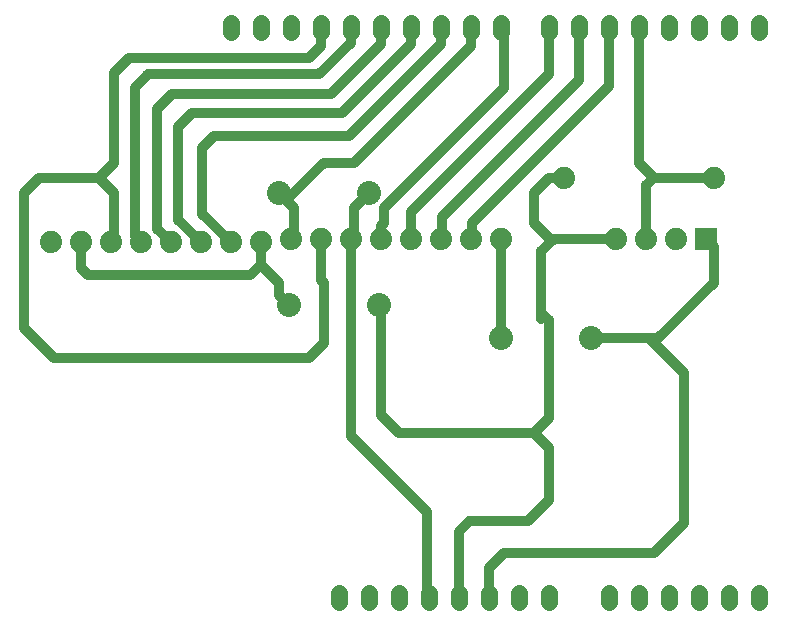
<source format=gbl>
G75*
%MOIN*%
%OFA0B0*%
%FSLAX25Y25*%
%IPPOS*%
%LPD*%
%AMOC8*
5,1,8,0,0,1.08239X$1,22.5*
%
%ADD10C,0.05600*%
%ADD11R,0.07400X0.07400*%
%ADD12C,0.07400*%
%ADD13C,0.08000*%
%ADD14C,0.03200*%
D10*
X0160379Y0014100D02*
X0160379Y0016900D01*
X0170379Y0016900D02*
X0170379Y0014100D01*
X0180379Y0014100D02*
X0180379Y0016900D01*
X0190379Y0016900D02*
X0190379Y0014100D01*
X0200379Y0014100D02*
X0200379Y0016900D01*
X0210379Y0016900D02*
X0210379Y0014100D01*
X0220379Y0014100D02*
X0220379Y0016900D01*
X0230379Y0016900D02*
X0230379Y0014100D01*
X0250379Y0014100D02*
X0250379Y0016900D01*
X0260379Y0016900D02*
X0260379Y0014100D01*
X0270379Y0014100D02*
X0270379Y0016900D01*
X0280379Y0016900D02*
X0280379Y0014100D01*
X0290379Y0014100D02*
X0290379Y0016900D01*
X0300379Y0016900D02*
X0300379Y0014100D01*
X0300379Y0204100D02*
X0300379Y0206900D01*
X0290379Y0206900D02*
X0290379Y0204100D01*
X0280379Y0204100D02*
X0280379Y0206900D01*
X0270379Y0206900D02*
X0270379Y0204100D01*
X0260379Y0204100D02*
X0260379Y0206900D01*
X0250379Y0206900D02*
X0250379Y0204100D01*
X0240379Y0204100D02*
X0240379Y0206900D01*
X0230379Y0206900D02*
X0230379Y0204100D01*
X0214379Y0204100D02*
X0214379Y0206900D01*
X0204379Y0206900D02*
X0204379Y0204100D01*
X0194379Y0204100D02*
X0194379Y0206900D01*
X0184379Y0206900D02*
X0184379Y0204100D01*
X0174379Y0204100D02*
X0174379Y0206900D01*
X0164379Y0206900D02*
X0164379Y0204100D01*
X0154379Y0204100D02*
X0154379Y0206900D01*
X0144379Y0206900D02*
X0144379Y0204100D01*
X0134379Y0204100D02*
X0134379Y0206900D01*
X0124379Y0206900D02*
X0124379Y0204100D01*
D11*
X0282879Y0135000D03*
D12*
X0272879Y0135000D03*
X0262879Y0135000D03*
X0252879Y0135000D03*
X0235379Y0155500D03*
X0214379Y0135000D03*
X0204379Y0135000D03*
X0194379Y0135000D03*
X0184379Y0135000D03*
X0174379Y0135000D03*
X0164379Y0135000D03*
X0154379Y0135000D03*
X0144379Y0135000D03*
X0134379Y0134000D03*
X0124379Y0134000D03*
X0114379Y0134000D03*
X0104379Y0134000D03*
X0094379Y0134000D03*
X0084379Y0134000D03*
X0074379Y0134000D03*
X0064379Y0134000D03*
X0285379Y0155500D03*
D13*
X0244379Y0102000D03*
X0214379Y0102000D03*
X0173879Y0113000D03*
X0143879Y0113000D03*
X0140379Y0150500D03*
X0170379Y0150500D03*
D14*
X0165379Y0145500D01*
X0165379Y0136000D01*
X0164379Y0135000D01*
X0164379Y0069500D01*
X0189879Y0044000D01*
X0189879Y0016000D01*
X0190379Y0015500D01*
X0200379Y0015500D02*
X0200379Y0037500D01*
X0203879Y0041000D01*
X0223379Y0041000D01*
X0230379Y0048000D01*
X0230379Y0065500D01*
X0225379Y0070500D01*
X0230379Y0075500D01*
X0230379Y0108000D01*
X0227879Y0110500D01*
X0227879Y0131000D01*
X0231379Y0134500D01*
X0225379Y0140500D01*
X0225379Y0150500D01*
X0230379Y0155500D01*
X0235379Y0155500D01*
X0260379Y0160500D02*
X0265379Y0155500D01*
X0262879Y0153000D01*
X0262879Y0135000D01*
X0252879Y0135000D02*
X0231879Y0135000D01*
X0231379Y0134500D01*
X0214379Y0135000D02*
X0214379Y0102000D01*
X0227879Y0108500D02*
X0227879Y0110500D01*
X0244379Y0102000D02*
X0263879Y0102000D01*
X0275379Y0090500D01*
X0275379Y0040500D01*
X0265379Y0030500D01*
X0215379Y0030500D01*
X0210379Y0025500D01*
X0210379Y0015500D01*
X0225379Y0070500D02*
X0180379Y0070500D01*
X0174379Y0076500D01*
X0174379Y0112500D01*
X0155379Y0120500D02*
X0155379Y0100500D01*
X0150379Y0095500D01*
X0065379Y0095500D01*
X0055379Y0105500D01*
X0055379Y0150500D01*
X0060379Y0155500D01*
X0080379Y0155500D01*
X0085379Y0150500D01*
X0085379Y0135000D01*
X0084379Y0134000D01*
X0092379Y0136000D02*
X0094379Y0134000D01*
X0092379Y0136000D02*
X0092379Y0185500D01*
X0096879Y0190000D01*
X0153879Y0190000D01*
X0164379Y0200500D01*
X0164379Y0205500D01*
X0174379Y0205500D02*
X0174379Y0200000D01*
X0157879Y0183500D01*
X0104879Y0183500D01*
X0099879Y0178500D01*
X0099879Y0138500D01*
X0104379Y0134000D01*
X0106879Y0141500D02*
X0114379Y0134000D01*
X0114879Y0143500D02*
X0124379Y0134000D01*
X0134379Y0134000D02*
X0134379Y0126500D01*
X0140379Y0120500D01*
X0140379Y0116500D01*
X0143879Y0113000D01*
X0154379Y0121500D02*
X0155379Y0120500D01*
X0154379Y0121500D02*
X0154379Y0135000D01*
X0145379Y0135500D02*
X0144879Y0135000D01*
X0144379Y0135000D01*
X0145379Y0136000D01*
X0145379Y0145500D01*
X0142879Y0148000D01*
X0155379Y0160500D01*
X0165379Y0160500D01*
X0204379Y0199500D01*
X0204379Y0205500D01*
X0194379Y0205500D02*
X0194379Y0200000D01*
X0163879Y0169500D01*
X0118879Y0169500D01*
X0114879Y0165500D01*
X0114879Y0143500D01*
X0106879Y0141500D02*
X0106879Y0172500D01*
X0111379Y0177000D01*
X0161379Y0177000D01*
X0184379Y0200000D01*
X0184379Y0205500D01*
X0154379Y0205500D02*
X0154379Y0199500D01*
X0150379Y0195500D01*
X0090379Y0195500D01*
X0085379Y0190500D01*
X0085379Y0160500D01*
X0080379Y0155500D01*
X0074379Y0134000D02*
X0074379Y0125500D01*
X0076879Y0123000D01*
X0130879Y0123000D01*
X0134379Y0126500D01*
X0142879Y0148000D02*
X0140379Y0150500D01*
X0175379Y0145500D02*
X0175379Y0140500D01*
X0174379Y0139500D01*
X0174379Y0135000D01*
X0184379Y0135000D02*
X0184379Y0144000D01*
X0230379Y0190000D01*
X0230379Y0205500D01*
X0240379Y0205500D02*
X0240379Y0188000D01*
X0194879Y0142500D01*
X0194879Y0135500D01*
X0194379Y0135000D01*
X0204379Y0135000D02*
X0204879Y0135500D01*
X0204879Y0140500D01*
X0250379Y0186000D01*
X0250379Y0205500D01*
X0260379Y0205500D02*
X0260379Y0160500D01*
X0265379Y0155500D02*
X0285379Y0155500D01*
X0282879Y0135000D02*
X0285379Y0132500D01*
X0285379Y0120500D01*
X0266879Y0102000D01*
X0244379Y0102000D01*
X0175379Y0145500D02*
X0215379Y0185500D01*
X0215379Y0204500D01*
X0214379Y0205500D01*
M02*

</source>
